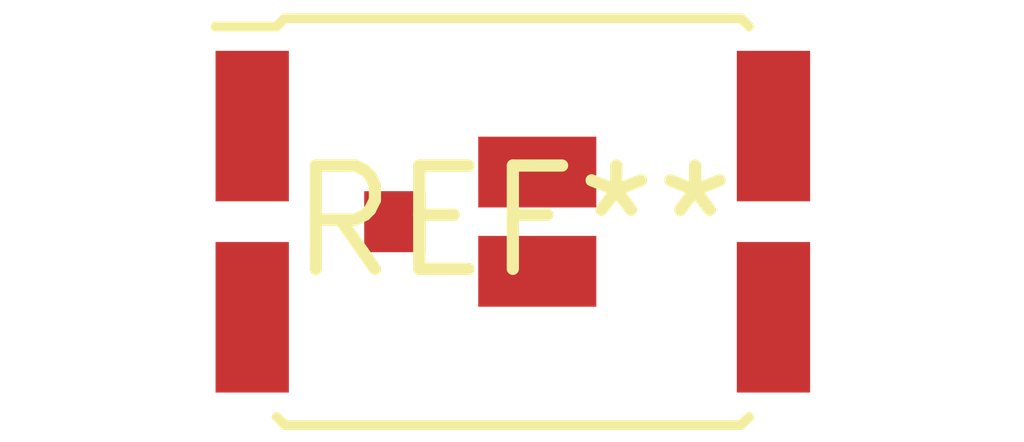
<source format=kicad_pcb>
(kicad_pcb (version 20240108) (generator pcbnew)
  (layers (0 "F.Cu" signal) (31 "B.Cu" signal) (34 "B.Paste" user) (35 "F.Paste" user) (36 "B.SilkS" user "B.Silkscreen") (37 "F.SilkS" user "F.Silkscreen") (38 "B.Mask" user) (39 "F.Mask" user) (44 "Edge.Cuts" user))
  (net 0 "")
  (footprint "DirectFET_MX" (layer "F.Cu") (at 0 0)
    (property "Reference" "REF**")
    (property "Value" "DirectFET_MX")
    (fp_line (start -3.65 -2.4) (end -2.9 -2.4) (layer "F.SilkS") (stroke (width 0.12)))
    (fp_line (start -2.9 -2.4) (end -2.8 -2.5) (layer "F.SilkS") (stroke (width 0.12)))
    (fp_line (start -2.8 -2.5) (end 2.8 -2.5) (layer "F.SilkS") (stroke (width 0.12)))
    (fp_line (start -2.8 2.5) (end -2.9 2.4) (layer "F.SilkS") (stroke (width 0.12)))
    (fp_line (start 2.8 -2.5) (end 2.9 -2.4) (layer "F.SilkS") (stroke (width 0.12)))
    (fp_line (start 2.8 2.5) (end -2.8 2.5) (layer "F.SilkS") (stroke (width 0.12)))
    (fp_line (start 2.9 2.4) (end 2.8 2.5) (layer "F.SilkS") (stroke (width 0.12)))
    (pad "1" smd rect (at -3.2 -1.175) (size 0.9 1.85) (layers "F.Cu" "F.Paste" "F.Mask"))
    (pad "1" smd rect (at -3.2 1.175) (size 0.9 1.85) (layers "F.Cu" "F.Paste" "F.Mask"))
    (pad "1" smd rect (at 3.2 -1.175) (size 0.9 1.85) (layers "F.Cu" "F.Paste" "F.Mask"))
    (pad "1" smd rect (at 3.2 1.175) (size 0.9 1.85) (layers "F.Cu" "F.Paste" "F.Mask"))
    (pad "2" smd rect (at -1.45 0) (size 0.75 0.75) (layers "F.Cu" "F.Paste" "F.Mask"))
    (pad "3" smd rect (at 0.3 -0.61) (size 1.45 0.87) (layers "F.Cu" "F.Paste" "F.Mask"))
    (pad "3" smd rect (at 0.3 0.61) (size 1.45 0.87) (layers "F.Cu" "F.Paste" "F.Mask"))
  )
)
</source>
